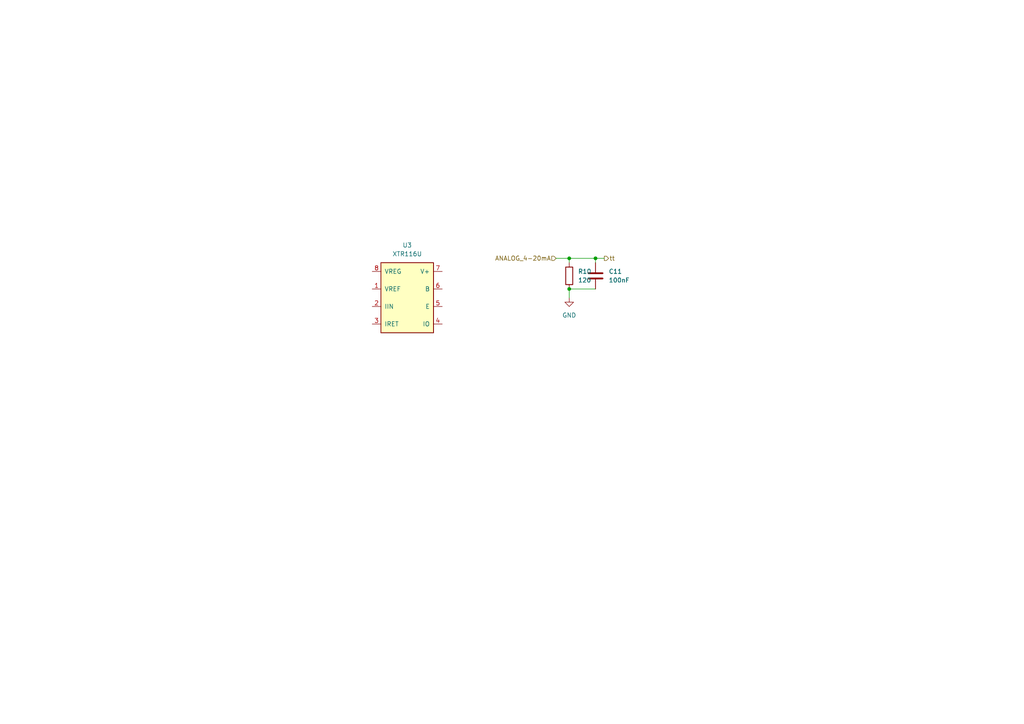
<source format=kicad_sch>
(kicad_sch (version 20250114) (generator "eeschema") (generator_version "9.0")
  (paper "A4")
  (lib_symbols
    (symbol "Device:C" (pin_numbers (hide yes)) (pin_names (offset 0.254))
      (property "Reference" "C" (at 0.635 2.54 0))
      (property "Value" "C" (at 0.635 -2.54 0))
      (symbol "C_0_1"
        (polyline (pts (xy -2.032 0.762) (xy 2.032 0.762)) (stroke (width 0.508)))
        (polyline (pts (xy -2.032 -0.762) (xy 2.032 -0.762)) (stroke (width 0.508)))
      )
      (symbol "C_1_1"
        (pin passive line (at 0 3.81 270) (length 2.794) (name "~") (number "1"))
        (pin passive line (at 0 -3.81 90) (length 2.794) (name "~") (number "2"))
      )
    )
    (symbol "Device:R" (pin_numbers (hide yes)) (pin_names (offset 0))
      (property "Reference" "R" (at 2.032 0 90))
      (property "Value" "R" (at 0 0 90))
      (symbol "R_0_1"
        (rectangle (start -1.016 -2.54) (end 1.016 2.54) (stroke (width 0.254)))
      )
      (symbol "R_1_1"
        (pin passive line (at 0 3.81 270) (length 1.27) (name "~") (number "1"))
        (pin passive line (at 0 -3.81 90) (length 1.27) (name "~") (number "2"))
      )
    )
    (symbol "Interface_CurrentLoop:XTR116U" (pin_names (offset 1.016))
      (property "Reference" "U" (at -7.62 13.97 0))
      (property "Value" "XTR116U" (at 1.27 13.97 0))
      (symbol "XTR116U_0_1"
        (rectangle (start -7.62 12.7) (end 7.62 -7.62) (stroke (width 0.254)) (fill (type background)))
      )
      (symbol "XTR116U_1_1"
        (pin output line (at -10.16 10.16 0) (length 2.54) (name "VREG") (number "8"))
        (pin output line (at -10.16 5.08 0) (length 2.54) (name "VREF") (number "1"))
        (pin input line (at -10.16 0 0) (length 2.54) (name "IIN") (number "2"))
        (pin input line (at -10.16 -5.08 0) (length 2.54) (name "IRET") (number "3"))
        (pin output line (at 10.16 10.16 180) (length 2.54) (name "V+") (number "7"))
        (pin output line (at 10.16 5.08 180) (length 2.54) (name "B") (number "6"))
        (pin passive line (at 10.16 0 180) (length 2.54) (name "E") (number "5"))
        (pin passive line (at 10.16 -5.08 180) (length 2.54) (name "IO") (number "4"))
      )
    )
    (symbol "power:GND" (power) (pin_numbers (hide yes)) (pin_names (offset 0) (hide yes))
      (property "Value" "GND" (at 0 -3.81 0))
      (symbol "GND_0_1"
        (polyline (pts (xy 0 0) (xy 0 -1.27) (xy 1.27 -1.27) (xy 0 -2.54) (xy -1.27 -1.27) (xy 0 -1.27)))
      )
      (symbol "GND_1_1"
        (pin power_in line (at 0 0 270) (length 0) (name "~") (number "1"))
      )
    )
  )
  (junction (at 172.72 74.93))
  (junction (at 165.1 83.82))
  (junction (at 165.1 74.93))
  (wire (pts (xy 172.72 74.93) (xy 175.26 74.93)))
  (wire (pts (xy 165.1 83.82) (xy 165.1 86.36)))
  (wire (pts (xy 165.1 74.93) (xy 172.72 74.93)))
  (wire (pts (xy 165.1 74.93) (xy 165.1 76.2)))
  (wire (pts (xy 161.29 74.93) (xy 165.1 74.93)))
  (wire (pts (xy 165.1 83.82) (xy 172.72 83.82)))
  (wire (pts (xy 172.72 74.93) (xy 172.72 76.2)))
  (hierarchical_label "ANALOG_4-20mA" (shape input) (at 161.29 74.93 180))
  (hierarchical_label "tt" (shape output) (at 175.26 74.93 0))
  (symbol (lib_id "Device:R") (at 165.1 80.01 180) (unit 1)
    (property "Reference" "R10" (at 167.64 78.7399 0) (effects (justify right)))
    (property "Value" "120" (at 167.64 81.2799 0) (effects (justify right)))
    (property "Description" "Resistor" (effects (hide yes)))
    (property "Tolerance" "0.1-1%" (effects (hide yes)))
  )
  (symbol (lib_id "Device:C") (at 172.72 80.01 0) (unit 1)
    (property "Reference" "C11" (at 176.53 78.7399 0) (effects (justify left)))
    (property "Value" "100nF" (at 176.53 81.2799 0) (effects (justify left)))
    (property "Description" "Unpolarized capacitor" (effects (hide yes)))
  )
  (symbol (lib_id "Interface_CurrentLoop:XTR116U") (at 118.11 88.9 0) (unit 1)
    (property "Reference" "U3" (at 118.11 71.12 0))
    (property "Value" "XTR116U" (at 118.11 73.66 0))
    (property "Footprint" "Package_SO:SOIC-8_3.9x4.9mm_P1.27mm" (effects (hide yes)))
    (property "Datasheet" "http://www.ti.com/lit/ds/symlink/xtr115.pdf" (effects (hide yes)))
    (property "Description" "4-20mA Current Loop Transmitter, VREF 4.096V, SO-8" (effects (hide yes)))
  )
  (symbol (lib_id "power:GND") (at 165.1 86.36 0) (unit 1)
    (property "Reference" "#PWR029" (effects (hide yes)))
    (property "Value" "GND" (at 165.1 91.44 0))
    (property "Description" "Power symbol creates a global label with name \"GND\" , ground" (effects (hide yes)))
  )
)
</source>
